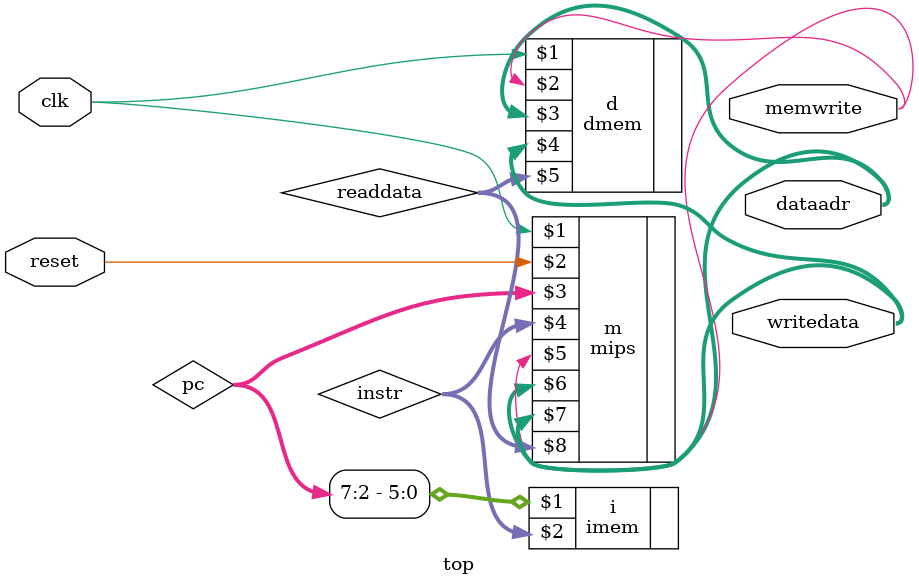
<source format=sv>
`timescale 1ns / 1ps


module top(
    input logic clk, reset,
    output logic [31:0] writedata, dataadr,
    output logic memwrite);


    logic [31:0] pc, instr, readdata; 

    mips m(clk, reset, pc, instr, memwrite, dataadr, writedata, readdata);
    imem i(pc[7:2], instr);
    dmem d(clk, memwrite, dataadr, writedata, readdata);

endmodule
</source>
